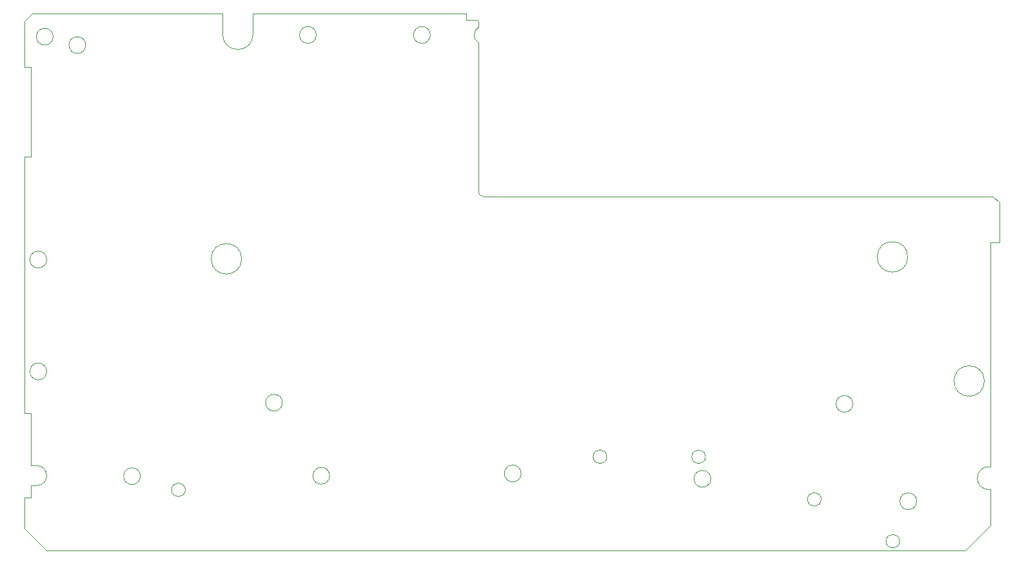
<source format=gm1>
%TF.GenerationSoftware,KiCad,Pcbnew,8.0.5-8.0.5-0~ubuntu24.04.1*%
%TF.CreationDate,2024-10-22T00:13:02+08:00*%
%TF.ProjectId,EL6170_Pro_Max_Plus,454c3631-3730-45f5-9072-6f5f4d61785f,rev?*%
%TF.SameCoordinates,Original*%
%TF.FileFunction,Profile,NP*%
%FSLAX46Y46*%
G04 Gerber Fmt 4.6, Leading zero omitted, Abs format (unit mm)*
G04 Created by KiCad (PCBNEW 8.0.5-8.0.5-0~ubuntu24.04.1) date 2024-10-22 00:13:02*
%MOMM*%
%LPD*%
G01*
G04 APERTURE LIST*
%TA.AperFunction,Profile*%
%ADD10C,0.050000*%
%TD*%
G04 APERTURE END LIST*
D10*
X215500000Y-133000000D02*
X94900000Y-133000000D01*
X92000000Y-126100000D02*
X92000000Y-130100000D01*
X152200000Y-86500000D02*
X219200000Y-86500000D01*
X200750000Y-113750000D02*
G75*
G02*
X198550000Y-113750000I-1100000J0D01*
G01*
X198550000Y-113750000D02*
G75*
G02*
X200750000Y-113750000I1100000J0D01*
G01*
X151400000Y-63300000D02*
X151600000Y-63500000D01*
X150000000Y-62500000D02*
X150000000Y-63300000D01*
X92800000Y-115000000D02*
X92000000Y-115000000D01*
X120500000Y-94700000D02*
G75*
G02*
X116500000Y-94700000I-2000000J0D01*
G01*
X116500000Y-94700000D02*
G75*
G02*
X120500000Y-94700000I2000000J0D01*
G01*
X182100000Y-123600000D02*
G75*
G02*
X179900000Y-123600000I-1100000J0D01*
G01*
X179900000Y-123600000D02*
G75*
G02*
X182100000Y-123600000I1100000J0D01*
G01*
X95750000Y-65525000D02*
G75*
G02*
X93550000Y-65525000I-1100000J0D01*
G01*
X93550000Y-65525000D02*
G75*
G02*
X95750000Y-65525000I1100000J0D01*
G01*
X218800000Y-125000000D02*
X218800000Y-129700000D01*
X152200000Y-86500000D02*
G75*
G02*
X151600000Y-85900000I0J600000D01*
G01*
X145275000Y-65300000D02*
G75*
G02*
X143075000Y-65300000I-1100000J0D01*
G01*
X143075000Y-65300000D02*
G75*
G02*
X145275000Y-65300000I1100000J0D01*
G01*
X92800000Y-124475000D02*
X93600000Y-124475000D01*
X92800000Y-121875000D02*
X92800000Y-115000000D01*
X118000000Y-62500000D02*
X93000000Y-62500000D01*
X220000000Y-92500000D02*
X218800000Y-92500000D01*
X206900000Y-131800000D02*
G75*
G02*
X205100000Y-131800000I-900000J0D01*
G01*
X205100000Y-131800000D02*
G75*
G02*
X206900000Y-131800000I900000J0D01*
G01*
X218800000Y-92500000D02*
X218800000Y-122000000D01*
X100025000Y-66625000D02*
G75*
G02*
X97825000Y-66625000I-1100000J0D01*
G01*
X97825000Y-66625000D02*
G75*
G02*
X100025000Y-66625000I1100000J0D01*
G01*
X151600000Y-66300000D02*
G75*
G02*
X151600000Y-64300000I600000J1000000D01*
G01*
X125850000Y-113600000D02*
G75*
G02*
X123650000Y-113600000I-1100000J0D01*
G01*
X123650000Y-113600000D02*
G75*
G02*
X125850000Y-113600000I1100000J0D01*
G01*
X113100000Y-125050000D02*
G75*
G02*
X111300000Y-125050000I-900000J0D01*
G01*
X111300000Y-125050000D02*
G75*
G02*
X113100000Y-125050000I900000J0D01*
G01*
X94900000Y-133000000D02*
X92000000Y-130100000D01*
X92000000Y-63500000D02*
X92000000Y-69500000D01*
X209125000Y-126550000D02*
G75*
G02*
X206925000Y-126550000I-1100000J0D01*
G01*
X206925000Y-126550000D02*
G75*
G02*
X209125000Y-126550000I1100000J0D01*
G01*
X132050000Y-123200000D02*
G75*
G02*
X129850000Y-123200000I-1100000J0D01*
G01*
X129850000Y-123200000D02*
G75*
G02*
X132050000Y-123200000I1100000J0D01*
G01*
X93600000Y-121875000D02*
X92800000Y-121875000D01*
X92800000Y-124475000D02*
X92800000Y-126100000D01*
X207950000Y-94450000D02*
G75*
G02*
X203950000Y-94450000I-2000000J0D01*
G01*
X203950000Y-94450000D02*
G75*
G02*
X207950000Y-94450000I2000000J0D01*
G01*
X218600000Y-125000000D02*
G75*
G02*
X218600000Y-122000000I0J1500000D01*
G01*
X130300000Y-65300000D02*
G75*
G02*
X128100000Y-65300000I-1100000J0D01*
G01*
X128100000Y-65300000D02*
G75*
G02*
X130300000Y-65300000I1100000J0D01*
G01*
X92000000Y-69500000D02*
X92800000Y-69500000D01*
X92000000Y-115000000D02*
X92000000Y-81300000D01*
X215500000Y-133000000D02*
X218800000Y-129700000D01*
X181400000Y-120700000D02*
G75*
G02*
X179600000Y-120700000I-900000J0D01*
G01*
X179600000Y-120700000D02*
G75*
G02*
X181400000Y-120700000I900000J0D01*
G01*
X94900000Y-109500000D02*
G75*
G02*
X92700000Y-109500000I-1100000J0D01*
G01*
X92700000Y-109500000D02*
G75*
G02*
X94900000Y-109500000I1100000J0D01*
G01*
X92800000Y-69500000D02*
X92800000Y-81300000D01*
X218600000Y-125000000D02*
X218800000Y-125000000D01*
X94900000Y-94800000D02*
G75*
G02*
X92700000Y-94800000I-1100000J0D01*
G01*
X92700000Y-94800000D02*
G75*
G02*
X94900000Y-94800000I1100000J0D01*
G01*
X150000000Y-63300000D02*
X151400000Y-63300000D01*
X92800000Y-81300000D02*
X92000000Y-81300000D01*
X150000000Y-62500000D02*
X122000000Y-62500000D01*
X107200000Y-123250000D02*
G75*
G02*
X105000000Y-123250000I-1100000J0D01*
G01*
X105000000Y-123250000D02*
G75*
G02*
X107200000Y-123250000I1100000J0D01*
G01*
X122000000Y-65200000D02*
G75*
G02*
X118000000Y-65200000I-2000000J0D01*
G01*
X92000000Y-126100000D02*
X92800000Y-126100000D01*
X92000000Y-63500000D02*
X93000000Y-62500000D01*
X157200000Y-122900000D02*
G75*
G02*
X155000000Y-122900000I-1100000J0D01*
G01*
X155000000Y-122900000D02*
G75*
G02*
X157200000Y-122900000I1100000J0D01*
G01*
X168450000Y-120700000D02*
G75*
G02*
X166650000Y-120700000I-900000J0D01*
G01*
X166650000Y-120700000D02*
G75*
G02*
X168450000Y-120700000I900000J0D01*
G01*
X196600000Y-126300000D02*
G75*
G02*
X194800000Y-126300000I-900000J0D01*
G01*
X194800000Y-126300000D02*
G75*
G02*
X196600000Y-126300000I900000J0D01*
G01*
X218600000Y-122000000D02*
X218800000Y-122000000D01*
X151600000Y-66300000D02*
X151600000Y-85900000D01*
X151600000Y-63500000D02*
X151600000Y-64300000D01*
X118000000Y-65200000D02*
X118000000Y-62500000D01*
X219200000Y-86500000D02*
X220000000Y-87300000D01*
X122000000Y-65200000D02*
X122000000Y-62500000D01*
X218025000Y-110750000D02*
G75*
G02*
X214025000Y-110750000I-2000000J0D01*
G01*
X214025000Y-110750000D02*
G75*
G02*
X218025000Y-110750000I2000000J0D01*
G01*
X220000000Y-87300000D02*
X220000000Y-92500000D01*
X93600000Y-121875000D02*
G75*
G02*
X93600000Y-124475000I0J-1300000D01*
G01*
M02*

</source>
